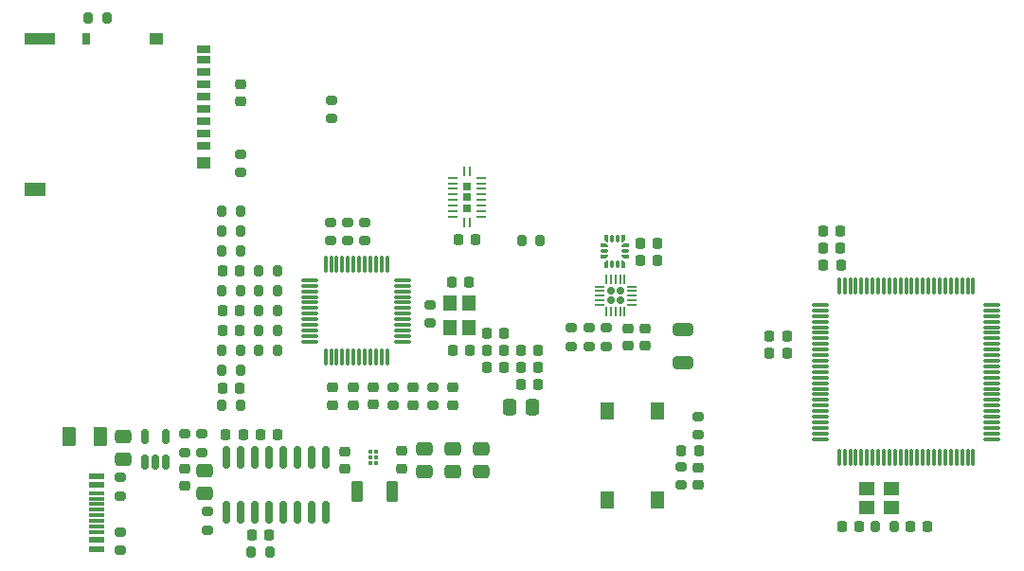
<source format=gbr>
%TF.GenerationSoftware,KiCad,Pcbnew,9.0.2*%
%TF.CreationDate,2025-05-17T21:56:03-04:00*%
%TF.ProjectId,ArduinoMega_Ethernet,41726475-696e-46f4-9d65-67615f457468,rev?*%
%TF.SameCoordinates,Original*%
%TF.FileFunction,Paste,Top*%
%TF.FilePolarity,Positive*%
%FSLAX46Y46*%
G04 Gerber Fmt 4.6, Leading zero omitted, Abs format (unit mm)*
G04 Created by KiCad (PCBNEW 9.0.2) date 2025-05-17 21:56:03*
%MOMM*%
%LPD*%
G01*
G04 APERTURE LIST*
G04 Aperture macros list*
%AMRoundRect*
0 Rectangle with rounded corners*
0 $1 Rounding radius*
0 $2 $3 $4 $5 $6 $7 $8 $9 X,Y pos of 4 corners*
0 Add a 4 corners polygon primitive as box body*
4,1,4,$2,$3,$4,$5,$6,$7,$8,$9,$2,$3,0*
0 Add four circle primitives for the rounded corners*
1,1,$1+$1,$2,$3*
1,1,$1+$1,$4,$5*
1,1,$1+$1,$6,$7*
1,1,$1+$1,$8,$9*
0 Add four rect primitives between the rounded corners*
20,1,$1+$1,$2,$3,$4,$5,0*
20,1,$1+$1,$4,$5,$6,$7,0*
20,1,$1+$1,$6,$7,$8,$9,0*
20,1,$1+$1,$8,$9,$2,$3,0*%
%AMFreePoly0*
4,1,19,0.079643,0.182453,0.084467,0.178033,0.290533,-0.028033,0.312215,-0.074529,0.312500,-0.081066,0.312500,-0.125000,0.294953,-0.173209,0.250524,-0.198861,0.237500,-0.200000,-0.237500,-0.200000,-0.285709,-0.182453,-0.311361,-0.138024,-0.312500,-0.125000,-0.312500,0.125000,-0.294953,0.173209,-0.250524,0.198861,-0.237500,0.200000,0.031434,0.200000,0.079643,0.182453,0.079643,0.182453,
$1*%
%AMFreePoly1*
4,1,19,0.285709,0.182453,0.311361,0.138024,0.312500,0.125000,0.312500,0.081066,0.294953,0.032857,0.290533,0.028033,0.084467,-0.178033,0.037971,-0.199715,0.031434,-0.200000,-0.237500,-0.200000,-0.285709,-0.182453,-0.311361,-0.138024,-0.312500,-0.125000,-0.312500,0.125000,-0.294953,0.173209,-0.250524,0.198861,-0.237500,0.200000,0.237500,0.200000,0.285709,0.182453,0.285709,0.182453,
$1*%
%AMFreePoly2*
4,1,19,0.173209,0.294953,0.198861,0.250524,0.200000,0.237500,0.200000,-0.237500,0.182453,-0.285709,0.138024,-0.311361,0.125000,-0.312500,-0.125000,-0.312500,-0.173209,-0.294953,-0.198861,-0.250524,-0.200000,-0.237500,-0.200000,0.031434,-0.182453,0.079643,-0.178033,0.084467,0.028033,0.290533,0.074529,0.312215,0.081066,0.312500,0.125000,0.312500,0.173209,0.294953,0.173209,0.294953,
$1*%
%AMFreePoly3*
4,1,19,-0.032857,0.294953,-0.028033,0.290533,0.178033,0.084467,0.199715,0.037971,0.200000,0.031434,0.200000,-0.237500,0.182453,-0.285709,0.138024,-0.311361,0.125000,-0.312500,-0.125000,-0.312500,-0.173209,-0.294953,-0.198861,-0.250524,-0.200000,-0.237500,-0.200000,0.237500,-0.182453,0.285709,-0.138024,0.311361,-0.125000,0.312500,-0.081066,0.312500,-0.032857,0.294953,-0.032857,0.294953,
$1*%
%AMFreePoly4*
4,1,19,0.285709,0.182453,0.311361,0.138024,0.312500,0.125000,0.312500,-0.125000,0.294953,-0.173209,0.250524,-0.198861,0.237500,-0.200000,-0.031434,-0.200000,-0.079643,-0.182453,-0.084467,-0.178033,-0.290533,0.028033,-0.312215,0.074529,-0.312500,0.081066,-0.312500,0.125000,-0.294953,0.173209,-0.250524,0.198861,-0.237500,0.200000,0.237500,0.200000,0.285709,0.182453,0.285709,0.182453,
$1*%
%AMFreePoly5*
4,1,19,0.285709,0.182453,0.311361,0.138024,0.312500,0.125000,0.312500,-0.125000,0.294953,-0.173209,0.250524,-0.198861,0.237500,-0.200000,-0.237500,-0.200000,-0.285709,-0.182453,-0.311361,-0.138024,-0.312500,-0.125000,-0.312500,-0.081066,-0.294953,-0.032857,-0.290533,-0.028033,-0.084467,0.178033,-0.037971,0.199715,-0.031434,0.200000,0.237500,0.200000,0.285709,0.182453,0.285709,0.182453,
$1*%
%AMFreePoly6*
4,1,19,0.173209,0.294953,0.198861,0.250524,0.200000,0.237500,0.200000,-0.031434,0.182453,-0.079643,0.178033,-0.084467,-0.028033,-0.290533,-0.074529,-0.312215,-0.081066,-0.312500,-0.125000,-0.312500,-0.173209,-0.294953,-0.198861,-0.250524,-0.200000,-0.237500,-0.200000,0.237500,-0.182453,0.285709,-0.138024,0.311361,-0.125000,0.312500,0.125000,0.312500,0.173209,0.294953,0.173209,0.294953,
$1*%
%AMFreePoly7*
4,1,19,0.173209,0.294953,0.198861,0.250524,0.200000,0.237500,0.200000,-0.237500,0.182453,-0.285709,0.138024,-0.311361,0.125000,-0.312500,0.081066,-0.312500,0.032857,-0.294953,0.028033,-0.290533,-0.178033,-0.084467,-0.199715,-0.037971,-0.200000,-0.031434,-0.200000,0.237500,-0.182453,0.285709,-0.138024,0.311361,-0.125000,0.312500,0.125000,0.312500,0.173209,0.294953,0.173209,0.294953,
$1*%
G04 Aperture macros list end*
%ADD10RoundRect,0.200000X-0.275000X0.200000X-0.275000X-0.200000X0.275000X-0.200000X0.275000X0.200000X0*%
%ADD11RoundRect,0.200000X0.275000X-0.200000X0.275000X0.200000X-0.275000X0.200000X-0.275000X-0.200000X0*%
%ADD12RoundRect,0.200000X0.200000X0.275000X-0.200000X0.275000X-0.200000X-0.275000X0.200000X-0.275000X0*%
%ADD13RoundRect,0.167500X-0.167500X0.167500X-0.167500X-0.167500X0.167500X-0.167500X0.167500X0.167500X0*%
%ADD14RoundRect,0.050000X-0.050000X0.375000X-0.050000X-0.375000X0.050000X-0.375000X0.050000X0.375000X0*%
%ADD15RoundRect,0.050000X-0.375000X0.050000X-0.375000X-0.050000X0.375000X-0.050000X0.375000X0.050000X0*%
%ADD16RoundRect,0.218750X0.256250X-0.218750X0.256250X0.218750X-0.256250X0.218750X-0.256250X-0.218750X0*%
%ADD17RoundRect,0.225000X0.225000X0.250000X-0.225000X0.250000X-0.225000X-0.250000X0.225000X-0.250000X0*%
%ADD18RoundRect,0.200000X-0.200000X-0.275000X0.200000X-0.275000X0.200000X0.275000X-0.200000X0.275000X0*%
%ADD19RoundRect,0.250000X0.475000X-0.337500X0.475000X0.337500X-0.475000X0.337500X-0.475000X-0.337500X0*%
%ADD20RoundRect,0.075000X-0.662500X-0.075000X0.662500X-0.075000X0.662500X0.075000X-0.662500X0.075000X0*%
%ADD21RoundRect,0.075000X-0.075000X-0.662500X0.075000X-0.662500X0.075000X0.662500X-0.075000X0.662500X0*%
%ADD22RoundRect,0.225000X-0.225000X-0.250000X0.225000X-0.250000X0.225000X0.250000X-0.225000X0.250000X0*%
%ADD23RoundRect,0.150000X0.150000X-0.512500X0.150000X0.512500X-0.150000X0.512500X-0.150000X-0.512500X0*%
%ADD24RoundRect,0.225000X0.250000X-0.225000X0.250000X0.225000X-0.250000X0.225000X-0.250000X-0.225000X0*%
%ADD25FreePoly0,90.000000*%
%ADD26RoundRect,0.100000X0.100000X-0.212500X0.100000X0.212500X-0.100000X0.212500X-0.100000X-0.212500X0*%
%ADD27FreePoly1,90.000000*%
%ADD28FreePoly2,90.000000*%
%ADD29RoundRect,0.100000X0.212500X-0.100000X0.212500X0.100000X-0.212500X0.100000X-0.212500X-0.100000X0*%
%ADD30FreePoly3,90.000000*%
%ADD31FreePoly4,90.000000*%
%ADD32FreePoly5,90.000000*%
%ADD33FreePoly6,90.000000*%
%ADD34FreePoly7,90.000000*%
%ADD35RoundRect,0.225000X-0.250000X0.225000X-0.250000X-0.225000X0.250000X-0.225000X0.250000X0.225000X0*%
%ADD36R,0.800000X0.800000*%
%ADD37R,0.240000X0.900000*%
%ADD38R,0.900000X0.240000*%
%ADD39RoundRect,0.250000X-0.475000X0.337500X-0.475000X-0.337500X0.475000X-0.337500X0.475000X0.337500X0*%
%ADD40RoundRect,0.218750X-0.218750X-0.256250X0.218750X-0.256250X0.218750X0.256250X-0.218750X0.256250X0*%
%ADD41R,1.200000X1.400000*%
%ADD42RoundRect,0.250000X-0.337500X-0.475000X0.337500X-0.475000X0.337500X0.475000X-0.337500X0.475000X0*%
%ADD43RoundRect,0.150000X0.150000X-0.825000X0.150000X0.825000X-0.150000X0.825000X-0.150000X-0.825000X0*%
%ADD44RoundRect,0.250000X-0.275000X-0.700000X0.275000X-0.700000X0.275000X0.700000X-0.275000X0.700000X0*%
%ADD45R,1.300000X1.550000*%
%ADD46R,1.200000X0.700000*%
%ADD47R,0.800000X1.000000*%
%ADD48R,1.200000X1.000000*%
%ADD49R,2.800000X1.000000*%
%ADD50R,1.900000X1.300000*%
%ADD51RoundRect,0.250000X0.650000X-0.325000X0.650000X0.325000X-0.650000X0.325000X-0.650000X-0.325000X0*%
%ADD52R,0.300000X0.300000*%
%ADD53R,1.450000X0.600000*%
%ADD54R,1.450000X0.300000*%
%ADD55R,1.400000X1.200000*%
%ADD56RoundRect,0.250000X0.375000X0.625000X-0.375000X0.625000X-0.375000X-0.625000X0.375000X-0.625000X0*%
G04 APERTURE END LIST*
D10*
%TO.C,R13*%
X71200000Y-138875000D03*
X71200000Y-140525000D03*
%TD*%
D11*
%TO.C,R9*%
X63050000Y-145350000D03*
X63050000Y-143700000D03*
%TD*%
D12*
%TO.C,R27*%
X66357000Y-154178000D03*
X64707000Y-154178000D03*
%TD*%
D13*
%TO.C,U7*%
X96993000Y-155959500D03*
X96173000Y-155959500D03*
X96993000Y-156779500D03*
X96173000Y-156779500D03*
D14*
X97383000Y-154919500D03*
X96983000Y-154919500D03*
X96583000Y-154919500D03*
X96183000Y-154919500D03*
X95783000Y-154919500D03*
D15*
X95133000Y-155569500D03*
X95133000Y-155969500D03*
X95133000Y-156369500D03*
X95133000Y-156769500D03*
X95133000Y-157169500D03*
D14*
X95783000Y-157819500D03*
X96183000Y-157819500D03*
X96583000Y-157819500D03*
X96983000Y-157819500D03*
X97383000Y-157819500D03*
D15*
X98033000Y-157169500D03*
X98033000Y-156769500D03*
X98033000Y-156369500D03*
X98033000Y-155969500D03*
X98033000Y-155569500D03*
%TD*%
D11*
%TO.C,R38*%
X92650600Y-160925000D03*
X92650600Y-159275000D03*
%TD*%
D16*
%TO.C,D5*%
X78486000Y-166167000D03*
X78486000Y-164592000D03*
%TD*%
D17*
%TO.C,C14*%
X63300000Y-168800000D03*
X61750000Y-168800000D03*
%TD*%
D18*
%TO.C,R25*%
X61405000Y-152400000D03*
X63055000Y-152400000D03*
%TD*%
D12*
%TO.C,R24*%
X63055000Y-163068000D03*
X61405000Y-163068000D03*
%TD*%
D18*
%TO.C,R23*%
X61405000Y-150622000D03*
X63055000Y-150622000D03*
%TD*%
D19*
%TO.C,C31*%
X79502000Y-172106500D03*
X79502000Y-170031500D03*
%TD*%
D12*
%TO.C,R18*%
X63055000Y-148844000D03*
X61405000Y-148844000D03*
%TD*%
D20*
%TO.C,U4*%
X69243500Y-154984000D03*
X69243500Y-155484000D03*
X69243500Y-155984000D03*
X69243500Y-156484000D03*
X69243500Y-156984000D03*
X69243500Y-157484000D03*
X69243500Y-157984000D03*
X69243500Y-158484000D03*
X69243500Y-158984000D03*
X69243500Y-159484000D03*
X69243500Y-159984000D03*
X69243500Y-160484000D03*
D21*
X70656000Y-161896500D03*
X71156000Y-161896500D03*
X71656000Y-161896500D03*
X72156000Y-161896500D03*
X72656000Y-161896500D03*
X73156000Y-161896500D03*
X73656000Y-161896500D03*
X74156000Y-161896500D03*
X74656000Y-161896500D03*
X75156000Y-161896500D03*
X75656000Y-161896500D03*
X76156000Y-161896500D03*
D20*
X77568500Y-160484000D03*
X77568500Y-159984000D03*
X77568500Y-159484000D03*
X77568500Y-158984000D03*
X77568500Y-158484000D03*
X77568500Y-157984000D03*
X77568500Y-157484000D03*
X77568500Y-156984000D03*
X77568500Y-156484000D03*
X77568500Y-155984000D03*
X77568500Y-155484000D03*
X77568500Y-154984000D03*
D21*
X76156000Y-153571500D03*
X75656000Y-153571500D03*
X75156000Y-153571500D03*
X74656000Y-153571500D03*
X74156000Y-153571500D03*
X73656000Y-153571500D03*
X73156000Y-153571500D03*
X72656000Y-153571500D03*
X72156000Y-153571500D03*
X71656000Y-153571500D03*
X71156000Y-153571500D03*
X70656000Y-153571500D03*
%TD*%
D16*
%TO.C,D3*%
X82042000Y-166141500D03*
X82042000Y-164566500D03*
%TD*%
D17*
%TO.C,C3*%
X124473000Y-177038000D03*
X122923000Y-177038000D03*
%TD*%
D22*
%TO.C,C11*%
X64075000Y-177800000D03*
X65625000Y-177800000D03*
%TD*%
D23*
%TO.C,U8*%
X54487500Y-171237500D03*
X55437500Y-171237500D03*
X56387500Y-171237500D03*
X56387500Y-168962500D03*
X54487500Y-168962500D03*
%TD*%
D24*
%TO.C,C2*%
X104000000Y-173275000D03*
X104000000Y-171725000D03*
%TD*%
D22*
%TO.C,C9*%
X115150500Y-150622000D03*
X116700500Y-150622000D03*
%TD*%
D17*
%TO.C,C20*%
X100350000Y-153250000D03*
X98800000Y-153250000D03*
%TD*%
D18*
%TO.C,R12*%
X64025000Y-179300000D03*
X65675000Y-179300000D03*
%TD*%
D25*
%TO.C,U3*%
X95750000Y-153562500D03*
D26*
X96250000Y-153562500D03*
X96750000Y-153562500D03*
D27*
X97250000Y-153562500D03*
D28*
X97412500Y-152900000D03*
D29*
X97412500Y-152400000D03*
D30*
X97412500Y-151900000D03*
D31*
X97250000Y-151237500D03*
D26*
X96750000Y-151237500D03*
X96250000Y-151237500D03*
D32*
X95750000Y-151237500D03*
D33*
X95587500Y-151900000D03*
D29*
X95587500Y-152400000D03*
D34*
X95587500Y-152900000D03*
%TD*%
D22*
%TO.C,C1*%
X102476000Y-170214000D03*
X104026000Y-170214000D03*
%TD*%
D12*
%TO.C,R21*%
X66357000Y-161290000D03*
X64707000Y-161290000D03*
%TD*%
D35*
%TO.C,C22*%
X74930000Y-164579000D03*
X74930000Y-166129000D03*
%TD*%
D18*
%TO.C,R6*%
X88175000Y-151450000D03*
X89825000Y-151450000D03*
%TD*%
D36*
%TO.C,U6*%
X83312000Y-148524000D03*
X83312000Y-147574000D03*
X83312000Y-146624000D03*
D37*
X83562000Y-149874000D03*
D38*
X84612000Y-149324000D03*
X84612000Y-148824000D03*
X84612000Y-148324000D03*
X84612000Y-147824000D03*
X84612000Y-147324000D03*
X84612000Y-146824000D03*
X84612000Y-146324000D03*
X84612000Y-145824000D03*
D37*
X83562000Y-145274000D03*
X83062000Y-145274000D03*
D38*
X82012000Y-145824000D03*
X82012000Y-146324000D03*
X82012000Y-146824000D03*
X82012000Y-147324000D03*
X82012000Y-147824000D03*
X82012000Y-148324000D03*
X82012000Y-148824000D03*
X82012000Y-149324000D03*
D37*
X83062000Y-149874000D03*
%TD*%
D22*
%TO.C,C19*%
X61450000Y-164650000D03*
X63000000Y-164650000D03*
%TD*%
D39*
%TO.C,C38*%
X59850000Y-172000000D03*
X59850000Y-174075000D03*
%TD*%
D12*
%TO.C,R20*%
X63055000Y-166200000D03*
X61405000Y-166200000D03*
%TD*%
D19*
%TO.C,C13*%
X52600000Y-171025000D03*
X52600000Y-168950000D03*
%TD*%
D17*
%TO.C,C30*%
X86627000Y-159766000D03*
X85077000Y-159766000D03*
%TD*%
D22*
%TO.C,C27*%
X88125000Y-164338000D03*
X89675000Y-164338000D03*
%TD*%
D40*
%TO.C,FB1*%
X115138000Y-153670000D03*
X116713000Y-153670000D03*
%TD*%
D12*
%TO.C,R10*%
X51117000Y-131572000D03*
X49467000Y-131572000D03*
%TD*%
D10*
%TO.C,R4*%
X52350000Y-172625000D03*
X52350000Y-174275000D03*
%TD*%
D19*
%TO.C,C35*%
X82042000Y-172106500D03*
X82042000Y-170031500D03*
%TD*%
D35*
%TO.C,C37*%
X58050000Y-171850000D03*
X58050000Y-173400000D03*
%TD*%
D11*
%TO.C,R34*%
X80010000Y-158813000D03*
X80010000Y-157163000D03*
%TD*%
D22*
%TO.C,C29*%
X88125000Y-162814000D03*
X89675000Y-162814000D03*
%TD*%
D41*
%TO.C,Y2*%
X83474511Y-159266511D03*
X83474511Y-157066511D03*
X81774511Y-157066511D03*
X81774511Y-159266511D03*
%TD*%
D35*
%TO.C,C21*%
X73152000Y-164592000D03*
X73152000Y-166142000D03*
%TD*%
D17*
%TO.C,C16*%
X63005000Y-157734000D03*
X61455000Y-157734000D03*
%TD*%
%TO.C,C28*%
X83474511Y-155202511D03*
X81924511Y-155202511D03*
%TD*%
D11*
%TO.C,R40*%
X95749400Y-160925000D03*
X95749400Y-159275000D03*
%TD*%
D35*
%TO.C,C40*%
X97710000Y-159325000D03*
X97710000Y-160875000D03*
%TD*%
D12*
%TO.C,R30*%
X66357000Y-159512000D03*
X64707000Y-159512000D03*
%TD*%
D10*
%TO.C,R1*%
X102476000Y-171675000D03*
X102476000Y-173325000D03*
%TD*%
%TO.C,R7*%
X58050000Y-168725000D03*
X58050000Y-170375000D03*
%TD*%
D22*
%TO.C,C34*%
X88125000Y-161290000D03*
X89675000Y-161290000D03*
%TD*%
D24*
%TO.C,C24*%
X77470000Y-171831000D03*
X77470000Y-170281000D03*
%TD*%
D42*
%TO.C,C36*%
X87100500Y-166370000D03*
X89175500Y-166370000D03*
%TD*%
D12*
%TO.C,R28*%
X66357000Y-155956000D03*
X64707000Y-155956000D03*
%TD*%
D22*
%TO.C,C4*%
X116827000Y-177038000D03*
X118377000Y-177038000D03*
%TD*%
D17*
%TO.C,C6*%
X111887000Y-160020000D03*
X110337000Y-160020000D03*
%TD*%
D43*
%TO.C,U2*%
X61805000Y-175775000D03*
X63075000Y-175775000D03*
X64345000Y-175775000D03*
X65615000Y-175775000D03*
X66885000Y-175775000D03*
X68155000Y-175775000D03*
X69425000Y-175775000D03*
X70695000Y-175775000D03*
X70695000Y-170825000D03*
X69425000Y-170825000D03*
X68155000Y-170825000D03*
X66885000Y-170825000D03*
X65615000Y-170825000D03*
X64345000Y-170825000D03*
X63075000Y-170825000D03*
X61805000Y-170825000D03*
%TD*%
D12*
%TO.C,R26*%
X63055000Y-161290000D03*
X61405000Y-161290000D03*
%TD*%
D10*
%TO.C,R8*%
X59600000Y-168725000D03*
X59600000Y-170375000D03*
%TD*%
D12*
%TO.C,R22*%
X63055000Y-155956000D03*
X61405000Y-155956000D03*
%TD*%
D44*
%TO.C,L1*%
X73475000Y-173850000D03*
X76625000Y-173850000D03*
%TD*%
D10*
%TO.C,R19*%
X80264000Y-164529000D03*
X80264000Y-166179000D03*
%TD*%
D11*
%TO.C,R5*%
X52324000Y-179133000D03*
X52324000Y-177483000D03*
%TD*%
D17*
%TO.C,C10*%
X66375000Y-168800000D03*
X64825000Y-168800000D03*
%TD*%
D22*
%TO.C,C32*%
X85077000Y-162814000D03*
X86627000Y-162814000D03*
%TD*%
D45*
%TO.C,SW1*%
X95850000Y-174630000D03*
X95850000Y-166670000D03*
X100350000Y-174630000D03*
X100350000Y-166670000D03*
%TD*%
D22*
%TO.C,C26*%
X82029000Y-161290000D03*
X83579000Y-161290000D03*
%TD*%
D17*
%TO.C,C7*%
X111900000Y-161544000D03*
X110350000Y-161544000D03*
%TD*%
D12*
%TO.C,R3*%
X121475000Y-177038000D03*
X119825000Y-177038000D03*
%TD*%
D35*
%TO.C,C41*%
X99250000Y-159325000D03*
X99250000Y-160875000D03*
%TD*%
D46*
%TO.C,J11*%
X59795000Y-142983000D03*
X59795000Y-141883000D03*
X59795000Y-140783000D03*
X59795000Y-139683000D03*
X59795000Y-138583000D03*
X59795000Y-137483000D03*
X59795000Y-136383000D03*
X59795000Y-135283000D03*
X59795000Y-134333000D03*
D47*
X49295000Y-133383000D03*
D48*
X55495000Y-133383000D03*
D49*
X45145000Y-133383000D03*
D48*
X59795000Y-144533000D03*
D50*
X44695000Y-146883000D03*
%TD*%
D24*
%TO.C,C12*%
X63050000Y-139025000D03*
X63050000Y-137475000D03*
%TD*%
D10*
%TO.C,R37*%
X74174000Y-149825000D03*
X74174000Y-151475000D03*
%TD*%
%TO.C,R17*%
X76708000Y-164529000D03*
X76708000Y-166179000D03*
%TD*%
%TO.C,R36*%
X72650000Y-149825000D03*
X72650000Y-151475000D03*
%TD*%
D17*
%TO.C,C39*%
X84087000Y-151384000D03*
X82537000Y-151384000D03*
%TD*%
D16*
%TO.C,FB2*%
X71287500Y-166167000D03*
X71287500Y-164592000D03*
%TD*%
D11*
%TO.C,R39*%
X94200000Y-160925000D03*
X94200000Y-159275000D03*
%TD*%
D24*
%TO.C,C23*%
X72390000Y-171844000D03*
X72390000Y-170294000D03*
%TD*%
D22*
%TO.C,C8*%
X115150500Y-152146000D03*
X116700500Y-152146000D03*
%TD*%
%TO.C,C17*%
X61455000Y-154178000D03*
X63005000Y-154178000D03*
%TD*%
D19*
%TO.C,C33*%
X84533000Y-172106500D03*
X84533000Y-170031500D03*
%TD*%
D10*
%TO.C,R2*%
X104000000Y-167167000D03*
X104000000Y-168817000D03*
%TD*%
D51*
%TO.C,C5*%
X102610000Y-162330000D03*
X102610000Y-159380000D03*
%TD*%
D11*
%TO.C,R11*%
X60100000Y-177325000D03*
X60100000Y-175675000D03*
%TD*%
D10*
%TO.C,R35*%
X71126000Y-149825000D03*
X71126000Y-151475000D03*
%TD*%
D52*
%TO.C,U5*%
X75180000Y-171315000D03*
X75180000Y-170815000D03*
X75180000Y-170315000D03*
X74680000Y-171315000D03*
X74680000Y-170815000D03*
X74680000Y-170315000D03*
%TD*%
D20*
%TO.C,U1*%
X114892500Y-157195000D03*
X114892500Y-157695000D03*
X114892500Y-158195000D03*
X114892500Y-158695000D03*
X114892500Y-159195000D03*
X114892500Y-159695000D03*
X114892500Y-160195000D03*
X114892500Y-160695000D03*
X114892500Y-161195000D03*
X114892500Y-161695000D03*
X114892500Y-162195000D03*
X114892500Y-162695000D03*
X114892500Y-163195000D03*
X114892500Y-163695000D03*
X114892500Y-164195000D03*
X114892500Y-164695000D03*
X114892500Y-165195000D03*
X114892500Y-165695000D03*
X114892500Y-166195000D03*
X114892500Y-166695000D03*
X114892500Y-167195000D03*
X114892500Y-167695000D03*
X114892500Y-168195000D03*
X114892500Y-168695000D03*
X114892500Y-169195000D03*
D21*
X116555000Y-170857500D03*
X117055000Y-170857500D03*
X117555000Y-170857500D03*
X118055000Y-170857500D03*
X118555000Y-170857500D03*
X119055000Y-170857500D03*
X119555000Y-170857500D03*
X120055000Y-170857500D03*
X120555000Y-170857500D03*
X121055000Y-170857500D03*
X121555000Y-170857500D03*
X122055000Y-170857500D03*
X122555000Y-170857500D03*
X123055000Y-170857500D03*
X123555000Y-170857500D03*
X124055000Y-170857500D03*
X124555000Y-170857500D03*
X125055000Y-170857500D03*
X125555000Y-170857500D03*
X126055000Y-170857500D03*
X126555000Y-170857500D03*
X127055000Y-170857500D03*
X127555000Y-170857500D03*
X128055000Y-170857500D03*
X128555000Y-170857500D03*
D20*
X130217500Y-169195000D03*
X130217500Y-168695000D03*
X130217500Y-168195000D03*
X130217500Y-167695000D03*
X130217500Y-167195000D03*
X130217500Y-166695000D03*
X130217500Y-166195000D03*
X130217500Y-165695000D03*
X130217500Y-165195000D03*
X130217500Y-164695000D03*
X130217500Y-164195000D03*
X130217500Y-163695000D03*
X130217500Y-163195000D03*
X130217500Y-162695000D03*
X130217500Y-162195000D03*
X130217500Y-161695000D03*
X130217500Y-161195000D03*
X130217500Y-160695000D03*
X130217500Y-160195000D03*
X130217500Y-159695000D03*
X130217500Y-159195000D03*
X130217500Y-158695000D03*
X130217500Y-158195000D03*
X130217500Y-157695000D03*
X130217500Y-157195000D03*
D21*
X128555000Y-155532500D03*
X128055000Y-155532500D03*
X127555000Y-155532500D03*
X127055000Y-155532500D03*
X126555000Y-155532500D03*
X126055000Y-155532500D03*
X125555000Y-155532500D03*
X125055000Y-155532500D03*
X124555000Y-155532500D03*
X124055000Y-155532500D03*
X123555000Y-155532500D03*
X123055000Y-155532500D03*
X122555000Y-155532500D03*
X122055000Y-155532500D03*
X121555000Y-155532500D03*
X121055000Y-155532500D03*
X120555000Y-155532500D03*
X120055000Y-155532500D03*
X119555000Y-155532500D03*
X119055000Y-155532500D03*
X118555000Y-155532500D03*
X118055000Y-155532500D03*
X117555000Y-155532500D03*
X117055000Y-155532500D03*
X116555000Y-155532500D03*
%TD*%
D22*
%TO.C,C25*%
X85090000Y-161290000D03*
X86640000Y-161290000D03*
%TD*%
D53*
%TO.C,J9*%
X50221000Y-172518000D03*
X50221000Y-173318000D03*
D54*
X50221000Y-174518000D03*
X50221000Y-175518000D03*
X50221000Y-176018000D03*
X50221000Y-177018000D03*
D53*
X50221000Y-178218000D03*
X50221000Y-179018000D03*
X50221000Y-179018000D03*
X50221000Y-178218000D03*
D54*
X50221000Y-177518000D03*
X50221000Y-176518000D03*
X50221000Y-175018000D03*
X50221000Y-174018000D03*
D53*
X50221000Y-173318000D03*
X50221000Y-172518000D03*
%TD*%
D55*
%TO.C,Y1*%
X121242000Y-173648000D03*
X119042000Y-173648000D03*
X119042000Y-175348000D03*
X121242000Y-175348000D03*
%TD*%
D56*
%TO.C,F1*%
X50550000Y-168950000D03*
X47750000Y-168950000D03*
%TD*%
D17*
%TO.C,C18*%
X100350000Y-151726000D03*
X98800000Y-151726000D03*
%TD*%
%TO.C,C15*%
X63005000Y-159512000D03*
X61455000Y-159512000D03*
%TD*%
D12*
%TO.C,R29*%
X66357000Y-157734000D03*
X64707000Y-157734000D03*
%TD*%
M02*

</source>
